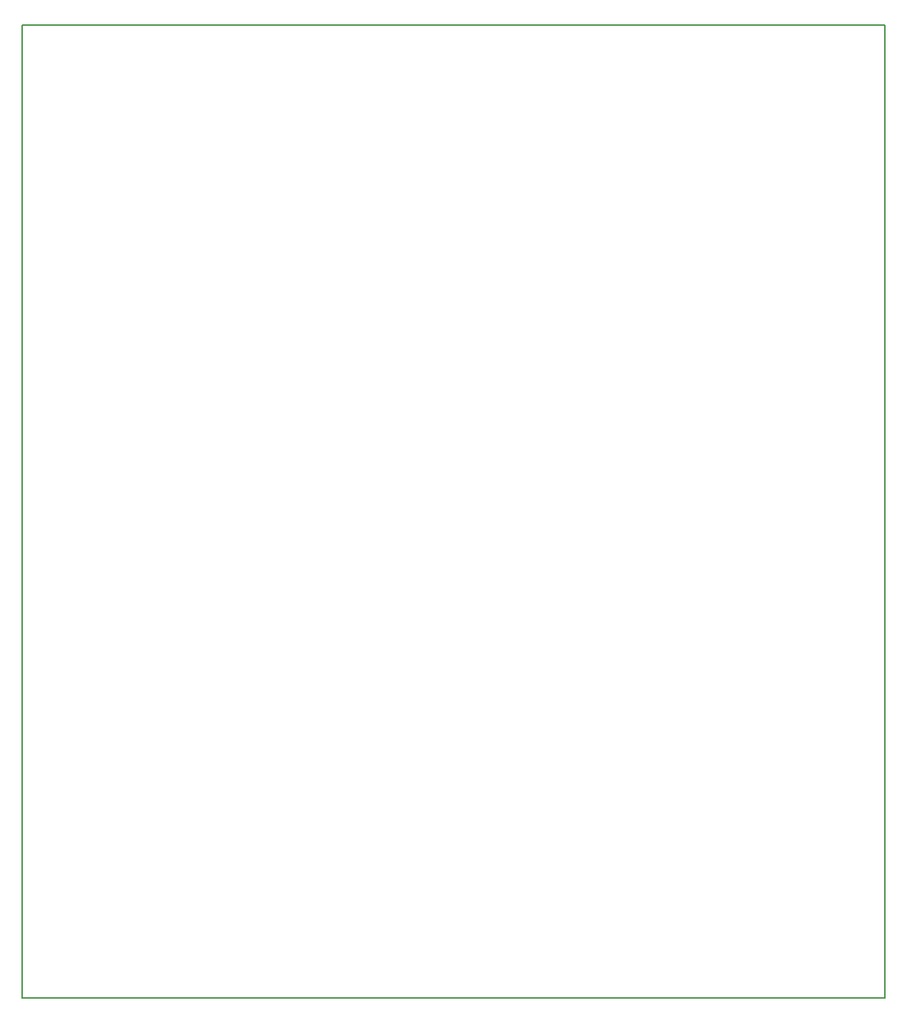
<source format=gm1>
G04 #@! TF.FileFunction,Profile,NP*
%FSLAX46Y46*%
G04 Gerber Fmt 4.6, Leading zero omitted, Abs format (unit mm)*
G04 Created by KiCad (PCBNEW 4.0.7-e2-6376~58~ubuntu14.04.1) date Sat Apr  7 11:11:52 2018*
%MOMM*%
%LPD*%
G01*
G04 APERTURE LIST*
%ADD10C,0.150000*%
G04 APERTURE END LIST*
D10*
X63500000Y-171450000D02*
X63500000Y-59690000D01*
X162560000Y-171450000D02*
X63500000Y-171450000D01*
X162560000Y-59690000D02*
X162560000Y-171450000D01*
X63500000Y-59690000D02*
X162560000Y-59690000D01*
M02*

</source>
